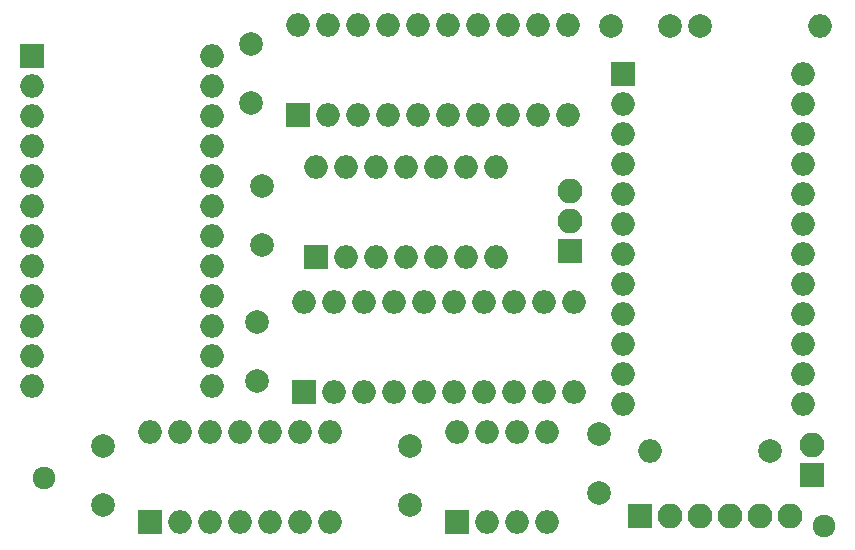
<source format=gbs>
G04 #@! TF.FileFunction,Soldermask,Bot*
%FSLAX46Y46*%
G04 Gerber Fmt 4.6, Leading zero omitted, Abs format (unit mm)*
G04 Created by KiCad (PCBNEW 4.0.7) date 10/14/18 11:55:26*
%MOMM*%
%LPD*%
G01*
G04 APERTURE LIST*
%ADD10C,0.100000*%
%ADD11C,1.924000*%
%ADD12C,2.000000*%
%ADD13R,2.000000X2.000000*%
%ADD14O,2.000000X2.000000*%
%ADD15R,2.100000X2.100000*%
%ADD16O,2.100000X2.100000*%
G04 APERTURE END LIST*
D10*
D11*
X120500000Y-75270000D03*
D12*
X73000000Y-46500000D03*
X73000000Y-51500000D03*
X59500000Y-68500000D03*
X59500000Y-73500000D03*
X72000000Y-34500000D03*
X72000000Y-39500000D03*
X72500000Y-58000000D03*
X72500000Y-63000000D03*
X101500000Y-67500000D03*
X101500000Y-72500000D03*
X85500000Y-68500000D03*
X85500000Y-73500000D03*
X102500000Y-33000000D03*
X107500000Y-33000000D03*
D13*
X53500000Y-35500000D03*
D14*
X68740000Y-63440000D03*
X53500000Y-38040000D03*
X68740000Y-60900000D03*
X53500000Y-40580000D03*
X68740000Y-58360000D03*
X53500000Y-43120000D03*
X68740000Y-55820000D03*
X53500000Y-45660000D03*
X68740000Y-53280000D03*
X53500000Y-48200000D03*
X68740000Y-50740000D03*
X53500000Y-50740000D03*
X68740000Y-48200000D03*
X53500000Y-53280000D03*
X68740000Y-45660000D03*
X53500000Y-55820000D03*
X68740000Y-43120000D03*
X53500000Y-58360000D03*
X68740000Y-40580000D03*
X53500000Y-60900000D03*
X68740000Y-38040000D03*
X53500000Y-63440000D03*
X68740000Y-35500000D03*
D15*
X99000000Y-52000000D03*
D16*
X99000000Y-49460000D03*
X99000000Y-46920000D03*
D13*
X76000000Y-40500000D03*
D14*
X98860000Y-32880000D03*
X78540000Y-40500000D03*
X96320000Y-32880000D03*
X81080000Y-40500000D03*
X93780000Y-32880000D03*
X83620000Y-40500000D03*
X91240000Y-32880000D03*
X86160000Y-40500000D03*
X88700000Y-32880000D03*
X88700000Y-40500000D03*
X86160000Y-32880000D03*
X91240000Y-40500000D03*
X83620000Y-32880000D03*
X93780000Y-40500000D03*
X81080000Y-32880000D03*
X96320000Y-40500000D03*
X78540000Y-32880000D03*
X98860000Y-40500000D03*
X76000000Y-32880000D03*
D13*
X76500000Y-64000000D03*
D14*
X99360000Y-56380000D03*
X79040000Y-64000000D03*
X96820000Y-56380000D03*
X81580000Y-64000000D03*
X94280000Y-56380000D03*
X84120000Y-64000000D03*
X91740000Y-56380000D03*
X86660000Y-64000000D03*
X89200000Y-56380000D03*
X89200000Y-64000000D03*
X86660000Y-56380000D03*
X91740000Y-64000000D03*
X84120000Y-56380000D03*
X94280000Y-64000000D03*
X81580000Y-56380000D03*
X96820000Y-64000000D03*
X79040000Y-56380000D03*
X99360000Y-64000000D03*
X76500000Y-56380000D03*
D13*
X77500000Y-52500000D03*
D14*
X92740000Y-44880000D03*
X80040000Y-52500000D03*
X90200000Y-44880000D03*
X82580000Y-52500000D03*
X87660000Y-44880000D03*
X85120000Y-52500000D03*
X85120000Y-44880000D03*
X87660000Y-52500000D03*
X82580000Y-44880000D03*
X90200000Y-52500000D03*
X80040000Y-44880000D03*
X92740000Y-52500000D03*
X77500000Y-44880000D03*
D13*
X89500000Y-75000000D03*
D14*
X97120000Y-67380000D03*
X92040000Y-75000000D03*
X94580000Y-67380000D03*
X94580000Y-75000000D03*
X92040000Y-67380000D03*
X97120000Y-75000000D03*
X89500000Y-67380000D03*
D13*
X103500000Y-37000000D03*
D14*
X118740000Y-64940000D03*
X103500000Y-39540000D03*
X118740000Y-62400000D03*
X103500000Y-42080000D03*
X118740000Y-59860000D03*
X103500000Y-44620000D03*
X118740000Y-57320000D03*
X103500000Y-47160000D03*
X118740000Y-54780000D03*
X103500000Y-49700000D03*
X118740000Y-52240000D03*
X103500000Y-52240000D03*
X118740000Y-49700000D03*
X103500000Y-54780000D03*
X118740000Y-47160000D03*
X103500000Y-57320000D03*
X118740000Y-44620000D03*
X103500000Y-59860000D03*
X118740000Y-42080000D03*
X103500000Y-62400000D03*
X118740000Y-39540000D03*
X103500000Y-64940000D03*
X118740000Y-37000000D03*
D15*
X105000000Y-74500000D03*
D16*
X107540000Y-74500000D03*
X110080000Y-74500000D03*
X112620000Y-74500000D03*
X115160000Y-74500000D03*
X117700000Y-74500000D03*
D15*
X119500000Y-71000000D03*
D16*
X119500000Y-68460000D03*
D12*
X110000000Y-33000000D03*
D14*
X120160000Y-33000000D03*
D12*
X116000000Y-69000000D03*
D14*
X105840000Y-69000000D03*
D13*
X63500000Y-75000000D03*
D14*
X78740000Y-67380000D03*
X66040000Y-75000000D03*
X76200000Y-67380000D03*
X68580000Y-75000000D03*
X73660000Y-67380000D03*
X71120000Y-75000000D03*
X71120000Y-67380000D03*
X73660000Y-75000000D03*
X68580000Y-67380000D03*
X76200000Y-75000000D03*
X66040000Y-67380000D03*
X78740000Y-75000000D03*
X63500000Y-67380000D03*
D11*
X54500000Y-71270000D03*
M02*

</source>
